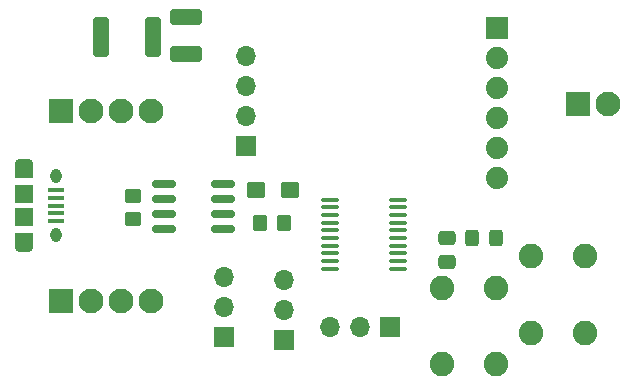
<source format=gbr>
%TF.GenerationSoftware,KiCad,Pcbnew,6.0.11-2627ca5db0~126~ubuntu22.04.1*%
%TF.CreationDate,2023-02-25T15:14:04-05:00*%
%TF.ProjectId,canbus-thermistor,63616e62-7573-42d7-9468-65726d697374,1.0*%
%TF.SameCoordinates,Original*%
%TF.FileFunction,Soldermask,Top*%
%TF.FilePolarity,Negative*%
%FSLAX46Y46*%
G04 Gerber Fmt 4.6, Leading zero omitted, Abs format (unit mm)*
G04 Created by KiCad (PCBNEW 6.0.11-2627ca5db0~126~ubuntu22.04.1) date 2023-02-25 15:14:04*
%MOMM*%
%LPD*%
G01*
G04 APERTURE LIST*
G04 Aperture macros list*
%AMRoundRect*
0 Rectangle with rounded corners*
0 $1 Rounding radius*
0 $2 $3 $4 $5 $6 $7 $8 $9 X,Y pos of 4 corners*
0 Add a 4 corners polygon primitive as box body*
4,1,4,$2,$3,$4,$5,$6,$7,$8,$9,$2,$3,0*
0 Add four circle primitives for the rounded corners*
1,1,$1+$1,$2,$3*
1,1,$1+$1,$4,$5*
1,1,$1+$1,$6,$7*
1,1,$1+$1,$8,$9*
0 Add four rect primitives between the rounded corners*
20,1,$1+$1,$2,$3,$4,$5,0*
20,1,$1+$1,$4,$5,$6,$7,0*
20,1,$1+$1,$6,$7,$8,$9,0*
20,1,$1+$1,$8,$9,$2,$3,0*%
G04 Aperture macros list end*
%ADD10R,1.700000X1.700000*%
%ADD11O,1.700000X1.700000*%
%ADD12R,1.879600X1.879600*%
%ADD13C,1.879600*%
%ADD14RoundRect,0.150000X0.825000X0.150000X-0.825000X0.150000X-0.825000X-0.150000X0.825000X-0.150000X0*%
%ADD15RoundRect,0.100000X0.637500X0.100000X-0.637500X0.100000X-0.637500X-0.100000X0.637500X-0.100000X0*%
%ADD16C,2.082800*%
%ADD17RoundRect,0.250000X0.450000X-0.350000X0.450000X0.350000X-0.450000X0.350000X-0.450000X-0.350000X0*%
%ADD18RoundRect,0.250000X-0.350000X-0.450000X0.350000X-0.450000X0.350000X0.450000X-0.350000X0.450000X0*%
%ADD19R,2.100000X2.100000*%
%ADD20C,2.100000*%
%ADD21R,1.350000X0.400000*%
%ADD22R,1.550000X1.200000*%
%ADD23O,0.950000X1.250000*%
%ADD24R,1.550000X1.500000*%
%ADD25O,1.550000X0.890000*%
%ADD26RoundRect,0.250000X-0.325000X-0.450000X0.325000X-0.450000X0.325000X0.450000X-0.325000X0.450000X0*%
%ADD27RoundRect,0.250000X-0.400000X-1.450000X0.400000X-1.450000X0.400000X1.450000X-0.400000X1.450000X0*%
%ADD28RoundRect,0.250000X-0.537500X-0.425000X0.537500X-0.425000X0.537500X0.425000X-0.537500X0.425000X0*%
%ADD29RoundRect,0.250000X1.100000X-0.412500X1.100000X0.412500X-1.100000X0.412500X-1.100000X-0.412500X0*%
%ADD30RoundRect,0.250000X-0.475000X0.337500X-0.475000X-0.337500X0.475000X-0.337500X0.475000X0.337500X0*%
G04 APERTURE END LIST*
D10*
%TO.C,U3*%
X75247300Y-81002600D03*
D11*
X75247300Y-78462600D03*
X75247300Y-75922600D03*
X75247300Y-73382600D03*
%TD*%
D12*
%TO.C,J2*%
X96500000Y-70990000D03*
D13*
X96500000Y-73530000D03*
X96500000Y-76070000D03*
X96500000Y-78610000D03*
X96500000Y-81150000D03*
X96500000Y-83690000D03*
%TD*%
D14*
%TO.C,U4*%
X73325000Y-88015000D03*
X73325000Y-86745000D03*
X73325000Y-85475000D03*
X73325000Y-84205000D03*
X68375000Y-84205000D03*
X68375000Y-85475000D03*
X68375000Y-86745000D03*
X68375000Y-88015000D03*
%TD*%
D15*
%TO.C,U2*%
X88125000Y-91400000D03*
X88125000Y-90750000D03*
X88125000Y-90100000D03*
X88125000Y-89450000D03*
X88125000Y-88800000D03*
X88125000Y-88150000D03*
X88125000Y-87500000D03*
X88125000Y-86850000D03*
X88125000Y-86200000D03*
X88125000Y-85550000D03*
X82400000Y-85550000D03*
X82400000Y-86200000D03*
X82400000Y-86850000D03*
X82400000Y-87500000D03*
X82400000Y-88150000D03*
X82400000Y-88800000D03*
X82400000Y-89450000D03*
X82400000Y-90100000D03*
X82400000Y-90750000D03*
X82400000Y-91400000D03*
%TD*%
D16*
%TO.C,S2*%
X103960600Y-90323800D03*
X103960600Y-96826200D03*
X99439400Y-90323800D03*
X99439400Y-96826200D03*
%TD*%
%TO.C,S1*%
X96435600Y-92998800D03*
X96435600Y-99501200D03*
X91914400Y-92998800D03*
X91914400Y-99501200D03*
%TD*%
D17*
%TO.C,R6*%
X65700000Y-87200000D03*
X65700000Y-85200000D03*
%TD*%
D18*
%TO.C,R5*%
X76475000Y-87525000D03*
X78475000Y-87525000D03*
%TD*%
D10*
%TO.C,JP2*%
X78525000Y-97425000D03*
D11*
X78525000Y-94885000D03*
X78525000Y-92345000D03*
%TD*%
D10*
%TO.C,JP1*%
X73400000Y-97140000D03*
D11*
X73400000Y-94600000D03*
X73400000Y-92060000D03*
%TD*%
D10*
%TO.C,J6*%
X87490000Y-96350000D03*
D11*
X84950000Y-96350000D03*
X82410000Y-96350000D03*
%TD*%
D19*
%TO.C,J5*%
X59625000Y-94100000D03*
D20*
X62165000Y-94100000D03*
X64705000Y-94100000D03*
X67245000Y-94100000D03*
%TD*%
D19*
%TO.C,J4*%
X59660000Y-78075000D03*
D20*
X62200000Y-78075000D03*
X64740000Y-78075000D03*
X67280000Y-78075000D03*
%TD*%
D19*
%TO.C,J3*%
X103350000Y-77425000D03*
D20*
X105890000Y-77425000D03*
%TD*%
D21*
%TO.C,J1*%
X59210000Y-84750000D03*
X59210000Y-85400000D03*
X59210000Y-86050000D03*
X59210000Y-86700000D03*
X59210000Y-87350000D03*
D22*
X56510000Y-83150000D03*
D23*
X59210000Y-88550000D03*
D24*
X56510000Y-87050000D03*
D25*
X56510000Y-89550000D03*
D22*
X56510000Y-88950000D03*
D23*
X59210000Y-83550000D03*
D24*
X56510000Y-85050000D03*
D25*
X56510000Y-82550000D03*
%TD*%
D26*
%TO.C,FB1*%
X94400000Y-88775000D03*
X96450000Y-88775000D03*
%TD*%
D27*
%TO.C,F1*%
X63000000Y-71775000D03*
X67450000Y-71775000D03*
%TD*%
D28*
%TO.C,C6*%
X78975000Y-84725000D03*
X76100000Y-84725000D03*
%TD*%
D29*
%TO.C,C5*%
X70225000Y-73175000D03*
X70225000Y-70050000D03*
%TD*%
D30*
%TO.C,C3*%
X92325000Y-88762500D03*
X92325000Y-90837500D03*
%TD*%
M02*

</source>
